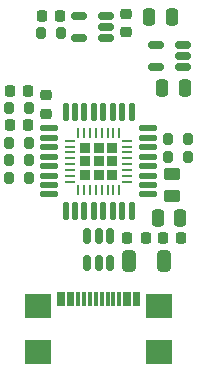
<source format=gbp>
G04 #@! TF.GenerationSoftware,KiCad,Pcbnew,8.0.2*
G04 #@! TF.CreationDate,2024-05-04T17:16:49+02:00*
G04 #@! TF.ProjectId,AVRinator,41565269-6e61-4746-9f72-2e6b69636164,1.0*
G04 #@! TF.SameCoordinates,Original*
G04 #@! TF.FileFunction,Paste,Bot*
G04 #@! TF.FilePolarity,Positive*
%FSLAX46Y46*%
G04 Gerber Fmt 4.6, Leading zero omitted, Abs format (unit mm)*
G04 Created by KiCad (PCBNEW 8.0.2) date 2024-05-04 17:16:49*
%MOMM*%
%LPD*%
G01*
G04 APERTURE LIST*
G04 Aperture macros list*
%AMRoundRect*
0 Rectangle with rounded corners*
0 $1 Rounding radius*
0 $2 $3 $4 $5 $6 $7 $8 $9 X,Y pos of 4 corners*
0 Add a 4 corners polygon primitive as box body*
4,1,4,$2,$3,$4,$5,$6,$7,$8,$9,$2,$3,0*
0 Add four circle primitives for the rounded corners*
1,1,$1+$1,$2,$3*
1,1,$1+$1,$4,$5*
1,1,$1+$1,$6,$7*
1,1,$1+$1,$8,$9*
0 Add four rect primitives between the rounded corners*
20,1,$1+$1,$2,$3,$4,$5,0*
20,1,$1+$1,$4,$5,$6,$7,0*
20,1,$1+$1,$6,$7,$8,$9,0*
20,1,$1+$1,$8,$9,$2,$3,0*%
G04 Aperture macros list end*
%ADD10RoundRect,0.200000X-0.200000X-0.275000X0.200000X-0.275000X0.200000X0.275000X-0.200000X0.275000X0*%
%ADD11RoundRect,0.250000X-0.250000X-0.475000X0.250000X-0.475000X0.250000X0.475000X-0.250000X0.475000X0*%
%ADD12RoundRect,0.225000X-0.250000X0.225000X-0.250000X-0.225000X0.250000X-0.225000X0.250000X0.225000X0*%
%ADD13RoundRect,0.150000X0.512500X0.150000X-0.512500X0.150000X-0.512500X-0.150000X0.512500X-0.150000X0*%
%ADD14RoundRect,0.225000X0.225000X0.250000X-0.225000X0.250000X-0.225000X-0.250000X0.225000X-0.250000X0*%
%ADD15RoundRect,0.250000X-0.325000X-0.650000X0.325000X-0.650000X0.325000X0.650000X-0.325000X0.650000X0*%
%ADD16RoundRect,0.232500X-0.232500X0.232500X-0.232500X-0.232500X0.232500X-0.232500X0.232500X0.232500X0*%
%ADD17RoundRect,0.062500X-0.062500X0.375000X-0.062500X-0.375000X0.062500X-0.375000X0.062500X0.375000X0*%
%ADD18RoundRect,0.062500X-0.375000X0.062500X-0.375000X-0.062500X0.375000X-0.062500X0.375000X0.062500X0*%
%ADD19RoundRect,0.200000X0.200000X0.275000X-0.200000X0.275000X-0.200000X-0.275000X0.200000X-0.275000X0*%
%ADD20RoundRect,0.225000X-0.225000X-0.250000X0.225000X-0.250000X0.225000X0.250000X-0.225000X0.250000X0*%
%ADD21RoundRect,0.250000X0.250000X0.475000X-0.250000X0.475000X-0.250000X-0.475000X0.250000X-0.475000X0*%
%ADD22RoundRect,0.125000X-0.125000X0.625000X-0.125000X-0.625000X0.125000X-0.625000X0.125000X0.625000X0*%
%ADD23RoundRect,0.125000X-0.625000X0.125000X-0.625000X-0.125000X0.625000X-0.125000X0.625000X0.125000X0*%
%ADD24RoundRect,0.150000X0.150000X-0.512500X0.150000X0.512500X-0.150000X0.512500X-0.150000X-0.512500X0*%
%ADD25R,0.300000X1.150000*%
%ADD26R,2.180000X2.000000*%
%ADD27RoundRect,0.250000X0.450000X-0.262500X0.450000X0.262500X-0.450000X0.262500X-0.450000X-0.262500X0*%
G04 APERTURE END LIST*
D10*
X68110600Y-64516000D03*
X69760600Y-64516000D03*
D11*
X67630000Y-58699400D03*
X69530000Y-58699400D03*
D12*
X64516000Y-52463400D03*
X64516000Y-54013400D03*
D13*
X62859500Y-52618600D03*
X62859500Y-53568600D03*
X62859500Y-54518600D03*
X60584500Y-54518600D03*
X60584500Y-52618600D03*
D10*
X68110600Y-62992000D03*
X69760600Y-62992000D03*
D14*
X58966400Y-52603400D03*
X57416400Y-52603400D03*
D15*
X64819000Y-73355200D03*
X67769000Y-73355200D03*
D16*
X63380000Y-63772400D03*
X62230000Y-63772400D03*
X61080000Y-63772400D03*
X63380000Y-64922400D03*
X62230000Y-64922400D03*
X61080000Y-64922400D03*
X63380000Y-66072400D03*
X62230000Y-66072400D03*
X61080000Y-66072400D03*
D17*
X60480000Y-62484900D03*
X60980000Y-62484900D03*
X61480000Y-62484900D03*
X61980000Y-62484900D03*
X62480000Y-62484900D03*
X62980000Y-62484900D03*
X63480000Y-62484900D03*
X63980000Y-62484900D03*
D18*
X64667500Y-63172400D03*
X64667500Y-63672400D03*
X64667500Y-64172400D03*
X64667500Y-64672400D03*
X64667500Y-65172400D03*
X64667500Y-65672400D03*
X64667500Y-66172400D03*
X64667500Y-66672400D03*
D17*
X63980000Y-67359900D03*
X63480000Y-67359900D03*
X62980000Y-67359900D03*
X62480000Y-67359900D03*
X61980000Y-67359900D03*
X61480000Y-67359900D03*
X60980000Y-67359900D03*
X60480000Y-67359900D03*
D18*
X59792500Y-66672400D03*
X59792500Y-66172400D03*
X59792500Y-65672400D03*
X59792500Y-65172400D03*
X59792500Y-64672400D03*
X59792500Y-64172400D03*
X59792500Y-63672400D03*
X59792500Y-63172400D03*
D19*
X56324000Y-60401200D03*
X54674000Y-60401200D03*
D13*
X69361900Y-55057000D03*
X69361900Y-56007000D03*
X69361900Y-56957000D03*
X67086900Y-56957000D03*
X67086900Y-55057000D03*
D20*
X64655400Y-71424800D03*
X66205400Y-71424800D03*
D21*
X68412400Y-52730400D03*
X66512400Y-52730400D03*
D10*
X54674000Y-66294000D03*
X56324000Y-66294000D03*
D22*
X59430000Y-60747400D03*
X60230000Y-60747400D03*
X61030000Y-60747400D03*
X61830000Y-60747400D03*
X62630000Y-60747400D03*
X63430000Y-60747400D03*
X64230000Y-60747400D03*
X65030000Y-60747400D03*
D23*
X66405000Y-62122400D03*
X66405000Y-62922400D03*
X66405000Y-63722400D03*
X66405000Y-64522400D03*
X66405000Y-65322400D03*
X66405000Y-66122400D03*
X66405000Y-66922400D03*
X66405000Y-67722400D03*
D22*
X65030000Y-69097400D03*
X64230000Y-69097400D03*
X63430000Y-69097400D03*
X62630000Y-69097400D03*
X61830000Y-69097400D03*
X61030000Y-69097400D03*
X60230000Y-69097400D03*
X59430000Y-69097400D03*
D23*
X58055000Y-67722400D03*
X58055000Y-66922400D03*
X58055000Y-66122400D03*
X58055000Y-65322400D03*
X58055000Y-64522400D03*
X58055000Y-63722400D03*
X58055000Y-62922400D03*
X58055000Y-62122400D03*
D24*
X63180000Y-73527500D03*
X62230000Y-73527500D03*
X61280000Y-73527500D03*
X61280000Y-71252500D03*
X62230000Y-71252500D03*
X63180000Y-71252500D03*
D25*
X65580000Y-76586000D03*
X64780000Y-76586000D03*
X63480000Y-76586000D03*
X62480000Y-76586000D03*
X61980000Y-76586000D03*
X60980000Y-76586000D03*
X59680000Y-76586000D03*
X58880000Y-76586000D03*
X59180000Y-76586000D03*
X59980000Y-76586000D03*
X60480000Y-76586000D03*
X61480000Y-76586000D03*
X62980000Y-76586000D03*
X63980000Y-76586000D03*
X64480000Y-76586000D03*
X65280000Y-76586000D03*
D26*
X67340000Y-81091000D03*
X67340000Y-77161000D03*
X57120000Y-81091000D03*
X57120000Y-77161000D03*
D11*
X67249000Y-69697600D03*
X69149000Y-69697600D03*
D19*
X59016400Y-54076600D03*
X57366400Y-54076600D03*
D12*
X57734200Y-59346800D03*
X57734200Y-60896800D03*
D19*
X56324000Y-64820800D03*
X54674000Y-64820800D03*
D20*
X54724000Y-61874400D03*
X56274000Y-61874400D03*
X67639600Y-71424800D03*
X69189600Y-71424800D03*
D27*
X68453000Y-67841500D03*
X68453000Y-66016500D03*
D14*
X56274000Y-58928000D03*
X54724000Y-58928000D03*
D19*
X56324000Y-63347600D03*
X54674000Y-63347600D03*
M02*

</source>
